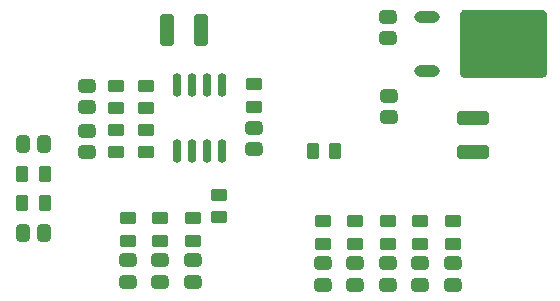
<source format=gtp>
G04 Layer_Color=8421504*
%FSLAX24Y24*%
%MOIN*%
G70*
G01*
G75*
G04:AMPARAMS|DCode=11|XSize=57.1mil|YSize=45.3mil|CornerRadius=11.3mil|HoleSize=0mil|Usage=FLASHONLY|Rotation=180.000|XOffset=0mil|YOffset=0mil|HoleType=Round|Shape=RoundedRectangle|*
%AMROUNDEDRECTD11*
21,1,0.0571,0.0226,0,0,180.0*
21,1,0.0344,0.0453,0,0,180.0*
1,1,0.0226,-0.0172,0.0113*
1,1,0.0226,0.0172,0.0113*
1,1,0.0226,0.0172,-0.0113*
1,1,0.0226,-0.0172,-0.0113*
%
%ADD11ROUNDEDRECTD11*%
G04:AMPARAMS|DCode=13|XSize=55.1mil|YSize=41.3mil|CornerRadius=10.3mil|HoleSize=0mil|Usage=FLASHONLY|Rotation=0.000|XOffset=0mil|YOffset=0mil|HoleType=Round|Shape=RoundedRectangle|*
%AMROUNDEDRECTD13*
21,1,0.0551,0.0207,0,0,0.0*
21,1,0.0344,0.0413,0,0,0.0*
1,1,0.0207,0.0172,-0.0103*
1,1,0.0207,-0.0172,-0.0103*
1,1,0.0207,-0.0172,0.0103*
1,1,0.0207,0.0172,0.0103*
%
%ADD13ROUNDEDRECTD13*%
G04:AMPARAMS|DCode=14|XSize=106.3mil|YSize=47.2mil|CornerRadius=11.8mil|HoleSize=0mil|Usage=FLASHONLY|Rotation=270.000|XOffset=0mil|YOffset=0mil|HoleType=Round|Shape=RoundedRectangle|*
%AMROUNDEDRECTD14*
21,1,0.1063,0.0236,0,0,270.0*
21,1,0.0827,0.0472,0,0,270.0*
1,1,0.0236,-0.0118,-0.0413*
1,1,0.0236,-0.0118,0.0413*
1,1,0.0236,0.0118,0.0413*
1,1,0.0236,0.0118,-0.0413*
%
%ADD14ROUNDEDRECTD14*%
G04:AMPARAMS|DCode=15|XSize=57.1mil|YSize=45.3mil|CornerRadius=11.3mil|HoleSize=0mil|Usage=FLASHONLY|Rotation=90.000|XOffset=0mil|YOffset=0mil|HoleType=Round|Shape=RoundedRectangle|*
%AMROUNDEDRECTD15*
21,1,0.0571,0.0226,0,0,90.0*
21,1,0.0344,0.0453,0,0,90.0*
1,1,0.0226,0.0113,0.0172*
1,1,0.0226,0.0113,-0.0172*
1,1,0.0226,-0.0113,-0.0172*
1,1,0.0226,-0.0113,0.0172*
%
%ADD15ROUNDEDRECTD15*%
G04:AMPARAMS|DCode=16|XSize=55.1mil|YSize=41.3mil|CornerRadius=10.3mil|HoleSize=0mil|Usage=FLASHONLY|Rotation=90.000|XOffset=0mil|YOffset=0mil|HoleType=Round|Shape=RoundedRectangle|*
%AMROUNDEDRECTD16*
21,1,0.0551,0.0207,0,0,90.0*
21,1,0.0344,0.0413,0,0,90.0*
1,1,0.0207,0.0103,0.0172*
1,1,0.0207,0.0103,-0.0172*
1,1,0.0207,-0.0103,-0.0172*
1,1,0.0207,-0.0103,0.0172*
%
%ADD16ROUNDEDRECTD16*%
%ADD17O,0.0295X0.0800*%
G04:AMPARAMS|DCode=18|XSize=106.3mil|YSize=47.2mil|CornerRadius=11.8mil|HoleSize=0mil|Usage=FLASHONLY|Rotation=180.000|XOffset=0mil|YOffset=0mil|HoleType=Round|Shape=RoundedRectangle|*
%AMROUNDEDRECTD18*
21,1,0.1063,0.0236,0,0,180.0*
21,1,0.0827,0.0472,0,0,180.0*
1,1,0.0236,-0.0413,0.0118*
1,1,0.0236,0.0413,0.0118*
1,1,0.0236,0.0413,-0.0118*
1,1,0.0236,-0.0413,-0.0118*
%
%ADD18ROUNDEDRECTD18*%
%ADD19O,0.0846X0.0394*%
G36*
X94917Y57628D02*
X94922Y57627D01*
X94976Y57613D01*
X94976Y57613D01*
X94981Y57611D01*
X94984Y57610D01*
X94986Y57609D01*
X94990Y57606D01*
X94990Y57605D01*
X94994Y57602D01*
X95034Y57563D01*
X95037Y57559D01*
X95037Y57559D01*
X95040Y57554D01*
X95041Y57553D01*
X95042Y57550D01*
X95044Y57545D01*
X95044Y57545D01*
X95058Y57491D01*
X95058Y57491D01*
X95059Y57486D01*
X95060Y57480D01*
Y55512D01*
X95059Y55507D01*
X95058Y55501D01*
X95044Y55447D01*
X95044Y55447D01*
X95042Y55442D01*
X95041Y55439D01*
X95040Y55438D01*
X95037Y55433D01*
X95037Y55433D01*
X95034Y55429D01*
X94994Y55390D01*
X94990Y55387D01*
X94990Y55386D01*
X94986Y55383D01*
X94984Y55383D01*
X94981Y55381D01*
X94976Y55379D01*
X94976Y55379D01*
X94922Y55365D01*
X94922Y55365D01*
X94917Y55364D01*
X94911Y55363D01*
X92333D01*
X92327Y55364D01*
X92322Y55365D01*
X92268Y55379D01*
X92268Y55379D01*
X92263Y55381D01*
X92260Y55383D01*
X92259Y55383D01*
X92254Y55386D01*
X92254Y55387D01*
X92250Y55390D01*
X92211Y55429D01*
X92208Y55433D01*
X92207Y55433D01*
X92204Y55438D01*
X92203Y55439D01*
X92202Y55442D01*
X92200Y55447D01*
X92200Y55447D01*
X92186Y55501D01*
X92186Y55501D01*
X92185Y55507D01*
X92184Y55512D01*
Y57480D01*
X92185Y57486D01*
X92186Y57491D01*
X92200Y57545D01*
X92200Y57545D01*
X92202Y57550D01*
X92203Y57553D01*
X92204Y57554D01*
X92207Y57559D01*
X92208Y57559D01*
X92211Y57563D01*
X92250Y57602D01*
X92254Y57605D01*
X92254Y57606D01*
X92259Y57609D01*
X92260Y57610D01*
X92263Y57611D01*
X92268Y57613D01*
X92268Y57613D01*
X92322Y57627D01*
X92322Y57627D01*
X92327Y57628D01*
X92333Y57629D01*
X94911D01*
X94917Y57628D01*
D02*
G37*
D11*
X79724Y54370D02*
D03*
Y55079D02*
D03*
X82185Y48563D02*
D03*
Y49272D02*
D03*
X83268Y48563D02*
D03*
Y49272D02*
D03*
X85315Y53681D02*
D03*
Y52972D02*
D03*
X87598Y48465D02*
D03*
Y49173D02*
D03*
X88681Y48465D02*
D03*
Y49173D02*
D03*
X90846Y48465D02*
D03*
Y49173D02*
D03*
X91929Y48465D02*
D03*
Y49173D02*
D03*
X79724Y53602D02*
D03*
Y52894D02*
D03*
X81102Y48563D02*
D03*
Y49272D02*
D03*
X89764Y48465D02*
D03*
Y49173D02*
D03*
X89783Y56693D02*
D03*
Y57402D02*
D03*
X89803Y54764D02*
D03*
Y54055D02*
D03*
D13*
X82185Y50669D02*
D03*
Y49921D02*
D03*
X83268Y50669D02*
D03*
Y49921D02*
D03*
X81693Y53622D02*
D03*
Y52874D02*
D03*
Y54350D02*
D03*
Y55098D02*
D03*
X85315Y55138D02*
D03*
Y54390D02*
D03*
X87598Y50571D02*
D03*
Y49823D02*
D03*
X88681Y50571D02*
D03*
Y49823D02*
D03*
X90846Y50571D02*
D03*
Y49823D02*
D03*
X91929Y50571D02*
D03*
Y49823D02*
D03*
X81102Y50669D02*
D03*
Y49921D02*
D03*
X80709Y52874D02*
D03*
Y53622D02*
D03*
Y55098D02*
D03*
Y54350D02*
D03*
X89764Y50571D02*
D03*
Y49823D02*
D03*
X84154Y51457D02*
D03*
Y50709D02*
D03*
D14*
X83553Y56968D02*
D03*
X82411D02*
D03*
D15*
X77598Y50197D02*
D03*
X78307D02*
D03*
X77598Y53150D02*
D03*
X78307D02*
D03*
D16*
X77579Y52165D02*
D03*
X78327D02*
D03*
X88012Y52913D02*
D03*
X87264D02*
D03*
X77579Y51181D02*
D03*
X78327D02*
D03*
D17*
X82752Y55118D02*
D03*
X84252D02*
D03*
X83752D02*
D03*
X82752Y52918D02*
D03*
X83752D02*
D03*
X84252D02*
D03*
X83252Y55118D02*
D03*
Y52918D02*
D03*
D18*
X92618Y52874D02*
D03*
Y54016D02*
D03*
D19*
X91063Y55598D02*
D03*
Y57394D02*
D03*
M02*

</source>
